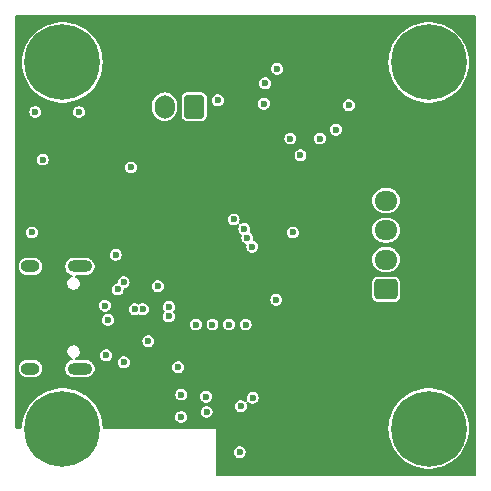
<source format=gbr>
%TF.GenerationSoftware,KiCad,Pcbnew,7.0.10*%
%TF.CreationDate,2024-02-04T10:39:00+08:00*%
%TF.ProjectId,42stepmotor,34327374-6570-46d6-9f74-6f722e6b6963,rev?*%
%TF.SameCoordinates,Original*%
%TF.FileFunction,Copper,L3,Inr*%
%TF.FilePolarity,Positive*%
%FSLAX46Y46*%
G04 Gerber Fmt 4.6, Leading zero omitted, Abs format (unit mm)*
G04 Created by KiCad (PCBNEW 7.0.10) date 2024-02-04 10:39:00*
%MOMM*%
%LPD*%
G01*
G04 APERTURE LIST*
G04 Aperture macros list*
%AMRoundRect*
0 Rectangle with rounded corners*
0 $1 Rounding radius*
0 $2 $3 $4 $5 $6 $7 $8 $9 X,Y pos of 4 corners*
0 Add a 4 corners polygon primitive as box body*
4,1,4,$2,$3,$4,$5,$6,$7,$8,$9,$2,$3,0*
0 Add four circle primitives for the rounded corners*
1,1,$1+$1,$2,$3*
1,1,$1+$1,$4,$5*
1,1,$1+$1,$6,$7*
1,1,$1+$1,$8,$9*
0 Add four rect primitives between the rounded corners*
20,1,$1+$1,$2,$3,$4,$5,0*
20,1,$1+$1,$4,$5,$6,$7,0*
20,1,$1+$1,$6,$7,$8,$9,0*
20,1,$1+$1,$8,$9,$2,$3,0*%
G04 Aperture macros list end*
%TA.AperFunction,ComponentPad*%
%ADD10RoundRect,0.250000X0.725000X-0.600000X0.725000X0.600000X-0.725000X0.600000X-0.725000X-0.600000X0*%
%TD*%
%TA.AperFunction,ComponentPad*%
%ADD11O,1.950000X1.700000*%
%TD*%
%TA.AperFunction,ComponentPad*%
%ADD12O,1.700000X2.000000*%
%TD*%
%TA.AperFunction,ComponentPad*%
%ADD13RoundRect,0.250000X0.600000X0.750000X-0.600000X0.750000X-0.600000X-0.750000X0.600000X-0.750000X0*%
%TD*%
%TA.AperFunction,ComponentPad*%
%ADD14O,2.100000X1.000000*%
%TD*%
%TA.AperFunction,ComponentPad*%
%ADD15O,1.600000X1.000000*%
%TD*%
%TA.AperFunction,ComponentPad*%
%ADD16C,0.800000*%
%TD*%
%TA.AperFunction,ComponentPad*%
%ADD17C,6.400000*%
%TD*%
%TA.AperFunction,ViaPad*%
%ADD18C,0.600000*%
%TD*%
G04 APERTURE END LIST*
D10*
%TO.N,OA1*%
%TO.C,E2*%
X127400000Y-108200000D03*
D11*
%TO.N,OA2*%
X127400000Y-105700000D03*
%TO.N,OB2*%
X127400000Y-103200000D03*
%TO.N,OB1*%
X127400000Y-100700000D03*
%TD*%
D12*
%TO.N,GND*%
%TO.C,J1*%
X108650000Y-92750000D03*
D13*
%TO.N,4.5V-30V*%
X111150000Y-92750000D03*
%TD*%
D14*
%TO.N,GND*%
%TO.C,J2*%
X101470000Y-106280000D03*
D15*
X97290000Y-106280000D03*
D14*
X101470000Y-114920000D03*
D15*
X97290000Y-114920000D03*
%TD*%
D16*
%TO.N,N/C*%
%TO.C,H3*%
X128600000Y-89000000D03*
X129302944Y-87302944D03*
X129302944Y-90697056D03*
X131000000Y-86600000D03*
D17*
X131000000Y-89000000D03*
D16*
X131000000Y-91400000D03*
X132697056Y-87302944D03*
X132697056Y-90697056D03*
X133400000Y-89000000D03*
%TD*%
%TO.N,N/C*%
%TO.C,H2*%
X97600000Y-120000000D03*
X98302944Y-118302944D03*
X98302944Y-121697056D03*
X100000000Y-117600000D03*
D17*
X100000000Y-120000000D03*
D16*
X100000000Y-122400000D03*
X101697056Y-118302944D03*
X101697056Y-121697056D03*
X102400000Y-120000000D03*
%TD*%
%TO.N,N/C*%
%TO.C,H4*%
X97600000Y-89000000D03*
X98302944Y-87302944D03*
X98302944Y-90697056D03*
X100000000Y-86600000D03*
D17*
X100000000Y-89000000D03*
D16*
X100000000Y-91400000D03*
X101697056Y-87302944D03*
X101697056Y-90697056D03*
X102400000Y-89000000D03*
%TD*%
%TO.N,N/C*%
%TO.C,H1*%
X128600000Y-120000000D03*
X129302944Y-118302944D03*
X129302944Y-121697056D03*
X131000000Y-117600000D03*
D17*
X131000000Y-120000000D03*
D16*
X131000000Y-122400000D03*
X132697056Y-118302944D03*
X132697056Y-121697056D03*
X133400000Y-120000000D03*
%TD*%
D18*
%TO.N,GND*%
X110040000Y-119020000D03*
X110060000Y-117120000D03*
%TO.N,TMC_RX*%
X113150000Y-92210000D03*
X118175000Y-89555000D03*
%TO.N,OB2*%
X123150760Y-94700000D03*
%TO.N,4.5V-30V*%
X121800000Y-95450000D03*
X119300000Y-95450000D03*
%TO.N,OA1*%
X120150379Y-96850379D03*
%TO.N,TMC_STEP*%
X117150000Y-90775000D03*
%TO.N,TMC_DIR*%
X117048510Y-92498510D03*
%TO.N,GND*%
X108079508Y-107940981D03*
X124250760Y-92625760D03*
%TO.N,3.3V*%
X116275000Y-102375000D03*
%TO.N,GND*%
X114500000Y-102300000D03*
%TO.N,SPI_MOSI*%
X115400000Y-103100000D03*
%TO.N,SPI_MISO*%
X115650000Y-103859291D03*
%TO.N,SPI_CLK*%
X116075000Y-104600000D03*
%TO.N,SPI_CS*%
X119500000Y-103400000D03*
%TO.N,GND*%
X105200000Y-114400000D03*
X112170000Y-117300000D03*
X103700000Y-113800000D03*
X116100000Y-117400000D03*
X98325000Y-97225000D03*
X112700000Y-111200000D03*
X115500000Y-111200000D03*
X97700000Y-93200000D03*
X97400000Y-103400000D03*
X114100000Y-111200000D03*
X115000000Y-122000000D03*
X101400000Y-93200000D03*
X111300000Y-111200000D03*
X106800000Y-109900000D03*
X106100000Y-109900000D03*
X104500000Y-105300000D03*
X112200000Y-118600000D03*
X105800000Y-97900000D03*
%TO.N,3.3V*%
X106700000Y-99900000D03*
X110259999Y-115600000D03*
X118000000Y-111100000D03*
X105000000Y-111700000D03*
X112600000Y-115700000D03*
X109000000Y-113100000D03*
X109900000Y-107900000D03*
X109000000Y-111600000D03*
X106200000Y-107500000D03*
X104043627Y-108934654D03*
%TO.N,D-*%
X103850000Y-110800000D03*
X103599422Y-109600000D03*
%TO.N,RX*%
X105180921Y-107612624D03*
X109000000Y-109699997D03*
%TO.N,TX*%
X109000000Y-110500000D03*
X104670971Y-108229029D03*
%TO.N,OP*%
X118100000Y-109100000D03*
X107275000Y-112600000D03*
%TO.N,EN*%
X109800000Y-114800000D03*
X115100000Y-118100000D03*
%TD*%
%TA.AperFunction,Conductor*%
%TO.N,3.3V*%
G36*
X134942539Y-85020185D02*
G01*
X134988294Y-85072989D01*
X134999500Y-85124500D01*
X134999500Y-123875500D01*
X134979815Y-123942539D01*
X134927011Y-123988294D01*
X134875500Y-123999500D01*
X113124000Y-123999500D01*
X113056961Y-123979815D01*
X113011206Y-123927011D01*
X113000000Y-123875500D01*
X113000000Y-122000000D01*
X114494353Y-122000000D01*
X114514834Y-122142456D01*
X114574622Y-122273371D01*
X114574623Y-122273373D01*
X114668872Y-122382143D01*
X114789947Y-122459953D01*
X114789950Y-122459954D01*
X114789949Y-122459954D01*
X114928036Y-122500499D01*
X114928038Y-122500500D01*
X114928039Y-122500500D01*
X115071962Y-122500500D01*
X115071962Y-122500499D01*
X115210053Y-122459953D01*
X115331128Y-122382143D01*
X115425377Y-122273373D01*
X115485165Y-122142457D01*
X115505647Y-122000000D01*
X115485165Y-121857543D01*
X115425377Y-121726627D01*
X115331128Y-121617857D01*
X115210053Y-121540047D01*
X115210051Y-121540046D01*
X115210049Y-121540045D01*
X115210050Y-121540045D01*
X115071963Y-121499500D01*
X115071961Y-121499500D01*
X114928039Y-121499500D01*
X114928036Y-121499500D01*
X114789949Y-121540045D01*
X114668873Y-121617856D01*
X114574623Y-121726626D01*
X114574622Y-121726628D01*
X114514834Y-121857543D01*
X114494353Y-122000000D01*
X113000000Y-122000000D01*
X113000000Y-120000000D01*
X127594506Y-120000000D01*
X127614469Y-120368196D01*
X127614470Y-120368213D01*
X127674122Y-120732068D01*
X127674128Y-120732094D01*
X127772768Y-121087365D01*
X127772770Y-121087371D01*
X127909255Y-121429926D01*
X127909261Y-121429938D01*
X128081973Y-121755708D01*
X128081976Y-121755713D01*
X128081978Y-121755716D01*
X128288910Y-122060917D01*
X128527627Y-122341956D01*
X128795330Y-122595538D01*
X129088881Y-122818690D01*
X129404838Y-123008795D01*
X129404840Y-123008796D01*
X129404842Y-123008797D01*
X129404846Y-123008799D01*
X129739486Y-123163620D01*
X129739497Y-123163625D01*
X130088934Y-123281364D01*
X130449052Y-123360632D01*
X130815630Y-123400500D01*
X130815636Y-123400500D01*
X131184364Y-123400500D01*
X131184370Y-123400500D01*
X131550948Y-123360632D01*
X131911066Y-123281364D01*
X132260503Y-123163625D01*
X132595162Y-123008795D01*
X132911119Y-122818690D01*
X133204670Y-122595538D01*
X133472373Y-122341956D01*
X133711090Y-122060917D01*
X133918022Y-121755716D01*
X134090743Y-121429930D01*
X134227227Y-121087379D01*
X134325875Y-120732081D01*
X134385531Y-120368199D01*
X134405494Y-120000000D01*
X134385531Y-119631801D01*
X134325875Y-119267919D01*
X134227227Y-118912621D01*
X134090743Y-118570070D01*
X133918022Y-118244284D01*
X133711090Y-117939083D01*
X133472373Y-117658044D01*
X133204670Y-117404462D01*
X133198800Y-117400000D01*
X133158364Y-117369261D01*
X132911119Y-117181310D01*
X132595162Y-116991205D01*
X132595161Y-116991204D01*
X132595157Y-116991202D01*
X132595153Y-116991200D01*
X132260513Y-116836379D01*
X132260508Y-116836377D01*
X132260503Y-116836375D01*
X132090172Y-116778983D01*
X131911065Y-116718635D01*
X131550946Y-116639367D01*
X131184371Y-116599500D01*
X131184370Y-116599500D01*
X130815630Y-116599500D01*
X130815628Y-116599500D01*
X130449053Y-116639367D01*
X130088934Y-116718635D01*
X129848938Y-116799500D01*
X129739497Y-116836375D01*
X129739494Y-116836376D01*
X129739486Y-116836379D01*
X129404846Y-116991200D01*
X129404842Y-116991202D01*
X129179765Y-117126627D01*
X129088881Y-117181310D01*
X128988598Y-117257543D01*
X128795330Y-117404461D01*
X128795330Y-117404462D01*
X128527626Y-117658044D01*
X128288909Y-117939083D01*
X128081979Y-118244282D01*
X128081973Y-118244291D01*
X127909261Y-118570061D01*
X127909255Y-118570073D01*
X127772770Y-118912628D01*
X127772768Y-118912634D01*
X127674128Y-119267905D01*
X127674122Y-119267931D01*
X127614470Y-119631786D01*
X127614469Y-119631803D01*
X127594506Y-119999997D01*
X127594506Y-120000000D01*
X113000000Y-120000000D01*
X103522953Y-120000000D01*
X103455914Y-119980315D01*
X103410159Y-119927511D01*
X103399135Y-119882713D01*
X103398410Y-119869360D01*
X103385531Y-119631801D01*
X103325875Y-119267919D01*
X103257041Y-119020000D01*
X109534353Y-119020000D01*
X109554834Y-119162456D01*
X109602992Y-119267905D01*
X109614623Y-119293373D01*
X109708872Y-119402143D01*
X109829947Y-119479953D01*
X109829950Y-119479954D01*
X109829949Y-119479954D01*
X109968036Y-119520499D01*
X109968038Y-119520500D01*
X109968039Y-119520500D01*
X110111962Y-119520500D01*
X110111962Y-119520499D01*
X110250053Y-119479953D01*
X110371128Y-119402143D01*
X110465377Y-119293373D01*
X110525165Y-119162457D01*
X110545647Y-119020000D01*
X110525165Y-118877543D01*
X110465377Y-118746627D01*
X110371128Y-118637857D01*
X110312221Y-118600000D01*
X111694353Y-118600000D01*
X111714834Y-118742456D01*
X111774622Y-118873371D01*
X111774623Y-118873373D01*
X111868872Y-118982143D01*
X111989947Y-119059953D01*
X111989950Y-119059954D01*
X111989949Y-119059954D01*
X112128036Y-119100499D01*
X112128038Y-119100500D01*
X112128039Y-119100500D01*
X112271962Y-119100500D01*
X112271962Y-119100499D01*
X112410053Y-119059953D01*
X112531128Y-118982143D01*
X112625377Y-118873373D01*
X112685165Y-118742457D01*
X112705647Y-118600000D01*
X112685165Y-118457543D01*
X112625377Y-118326627D01*
X112531128Y-118217857D01*
X112410053Y-118140047D01*
X112410051Y-118140046D01*
X112410049Y-118140045D01*
X112410050Y-118140045D01*
X112273666Y-118100000D01*
X114594353Y-118100000D01*
X114614834Y-118242456D01*
X114653275Y-118326628D01*
X114674623Y-118373373D01*
X114768872Y-118482143D01*
X114889947Y-118559953D01*
X114889950Y-118559954D01*
X114889949Y-118559954D01*
X114997107Y-118591417D01*
X115026336Y-118600000D01*
X115028036Y-118600499D01*
X115028038Y-118600500D01*
X115028039Y-118600500D01*
X115171962Y-118600500D01*
X115171962Y-118600499D01*
X115310053Y-118559953D01*
X115431128Y-118482143D01*
X115525377Y-118373373D01*
X115585165Y-118242457D01*
X115605647Y-118100000D01*
X115585165Y-117957543D01*
X115569096Y-117922358D01*
X115559153Y-117853204D01*
X115588177Y-117789648D01*
X115646954Y-117751872D01*
X115716824Y-117751871D01*
X115763094Y-117777137D01*
X115768868Y-117782140D01*
X115768871Y-117782142D01*
X115768872Y-117782143D01*
X115889947Y-117859953D01*
X115889950Y-117859954D01*
X115889949Y-117859954D01*
X116028036Y-117900499D01*
X116028038Y-117900500D01*
X116028039Y-117900500D01*
X116171962Y-117900500D01*
X116171962Y-117900499D01*
X116310053Y-117859953D01*
X116431128Y-117782143D01*
X116525377Y-117673373D01*
X116585165Y-117542457D01*
X116605647Y-117400000D01*
X116585165Y-117257543D01*
X116525377Y-117126627D01*
X116431128Y-117017857D01*
X116310053Y-116940047D01*
X116310051Y-116940046D01*
X116310049Y-116940045D01*
X116310050Y-116940045D01*
X116171963Y-116899500D01*
X116171961Y-116899500D01*
X116028039Y-116899500D01*
X116028036Y-116899500D01*
X115889949Y-116940045D01*
X115768873Y-117017856D01*
X115674623Y-117126626D01*
X115674622Y-117126628D01*
X115614834Y-117257543D01*
X115594353Y-117400000D01*
X115614834Y-117542456D01*
X115630902Y-117577638D01*
X115640846Y-117646796D01*
X115611821Y-117710352D01*
X115553044Y-117748127D01*
X115483174Y-117748127D01*
X115436905Y-117722863D01*
X115431127Y-117717856D01*
X115361906Y-117673371D01*
X115310053Y-117640047D01*
X115310051Y-117640046D01*
X115310049Y-117640045D01*
X115310050Y-117640045D01*
X115171963Y-117599500D01*
X115171961Y-117599500D01*
X115028039Y-117599500D01*
X115028036Y-117599500D01*
X114889949Y-117640045D01*
X114768873Y-117717856D01*
X114674623Y-117826626D01*
X114674622Y-117826628D01*
X114614834Y-117957543D01*
X114594353Y-118100000D01*
X112273666Y-118100000D01*
X112271963Y-118099500D01*
X112271961Y-118099500D01*
X112128039Y-118099500D01*
X112128036Y-118099500D01*
X111989949Y-118140045D01*
X111868873Y-118217856D01*
X111774623Y-118326626D01*
X111774622Y-118326628D01*
X111714834Y-118457543D01*
X111694353Y-118600000D01*
X110312221Y-118600000D01*
X110250053Y-118560047D01*
X110250051Y-118560046D01*
X110250049Y-118560045D01*
X110250050Y-118560045D01*
X110111963Y-118519500D01*
X110111961Y-118519500D01*
X109968039Y-118519500D01*
X109968036Y-118519500D01*
X109829949Y-118560045D01*
X109708873Y-118637856D01*
X109614623Y-118746626D01*
X109614622Y-118746628D01*
X109554834Y-118877543D01*
X109534353Y-119020000D01*
X103257041Y-119020000D01*
X103227227Y-118912621D01*
X103090743Y-118570070D01*
X102918022Y-118244284D01*
X102711090Y-117939083D01*
X102472373Y-117658044D01*
X102204670Y-117404462D01*
X102198800Y-117400000D01*
X102158364Y-117369261D01*
X101911119Y-117181310D01*
X101809221Y-117120000D01*
X109554353Y-117120000D01*
X109574834Y-117262456D01*
X109634622Y-117393371D01*
X109634623Y-117393373D01*
X109728872Y-117502143D01*
X109849947Y-117579953D01*
X109849950Y-117579954D01*
X109849949Y-117579954D01*
X109988036Y-117620499D01*
X109988038Y-117620500D01*
X109988039Y-117620500D01*
X110131962Y-117620500D01*
X110131962Y-117620499D01*
X110270053Y-117579953D01*
X110391128Y-117502143D01*
X110485377Y-117393373D01*
X110528019Y-117300000D01*
X111664353Y-117300000D01*
X111684834Y-117442456D01*
X111730504Y-117542457D01*
X111744623Y-117573373D01*
X111838872Y-117682143D01*
X111959947Y-117759953D01*
X111959950Y-117759954D01*
X111959949Y-117759954D01*
X112098036Y-117800499D01*
X112098038Y-117800500D01*
X112098039Y-117800500D01*
X112241962Y-117800500D01*
X112241962Y-117800499D01*
X112380053Y-117759953D01*
X112501128Y-117682143D01*
X112595377Y-117573373D01*
X112655165Y-117442457D01*
X112675647Y-117300000D01*
X112655165Y-117157543D01*
X112595377Y-117026627D01*
X112501128Y-116917857D01*
X112380053Y-116840047D01*
X112380051Y-116840046D01*
X112380049Y-116840045D01*
X112380050Y-116840045D01*
X112241963Y-116799500D01*
X112241961Y-116799500D01*
X112098039Y-116799500D01*
X112098036Y-116799500D01*
X111959949Y-116840045D01*
X111838873Y-116917856D01*
X111744623Y-117026626D01*
X111744622Y-117026628D01*
X111684834Y-117157543D01*
X111664353Y-117300000D01*
X110528019Y-117300000D01*
X110545165Y-117262457D01*
X110565647Y-117120000D01*
X110545165Y-116977543D01*
X110485377Y-116846627D01*
X110391128Y-116737857D01*
X110270053Y-116660047D01*
X110270051Y-116660046D01*
X110270049Y-116660045D01*
X110270050Y-116660045D01*
X110131963Y-116619500D01*
X110131961Y-116619500D01*
X109988039Y-116619500D01*
X109988036Y-116619500D01*
X109849949Y-116660045D01*
X109728873Y-116737856D01*
X109634623Y-116846626D01*
X109634622Y-116846628D01*
X109574834Y-116977543D01*
X109554353Y-117120000D01*
X101809221Y-117120000D01*
X101595162Y-116991205D01*
X101595161Y-116991204D01*
X101595157Y-116991202D01*
X101595153Y-116991200D01*
X101260513Y-116836379D01*
X101260508Y-116836377D01*
X101260503Y-116836375D01*
X101090172Y-116778983D01*
X100911065Y-116718635D01*
X100550946Y-116639367D01*
X100184371Y-116599500D01*
X100184370Y-116599500D01*
X99815630Y-116599500D01*
X99815628Y-116599500D01*
X99449053Y-116639367D01*
X99088934Y-116718635D01*
X98848938Y-116799500D01*
X98739497Y-116836375D01*
X98739494Y-116836376D01*
X98739486Y-116836379D01*
X98404846Y-116991200D01*
X98404842Y-116991202D01*
X98179765Y-117126627D01*
X98088881Y-117181310D01*
X97988598Y-117257543D01*
X97795330Y-117404461D01*
X97795330Y-117404462D01*
X97527626Y-117658044D01*
X97288909Y-117939083D01*
X97081979Y-118244282D01*
X97081973Y-118244291D01*
X96909261Y-118570061D01*
X96909255Y-118570073D01*
X96772770Y-118912628D01*
X96772768Y-118912634D01*
X96674128Y-119267905D01*
X96674122Y-119267931D01*
X96614470Y-119631786D01*
X96614469Y-119631803D01*
X96600865Y-119882713D01*
X96577580Y-119948589D01*
X96522376Y-119991418D01*
X96477047Y-120000000D01*
X96124500Y-120000000D01*
X96057461Y-119980315D01*
X96011706Y-119927511D01*
X96000500Y-119876000D01*
X96000500Y-115005055D01*
X96289500Y-115005055D01*
X96330210Y-115170226D01*
X96409263Y-115320849D01*
X96409266Y-115320852D01*
X96522071Y-115448183D01*
X96612318Y-115510476D01*
X96662068Y-115544817D01*
X96662069Y-115544817D01*
X96662070Y-115544818D01*
X96821128Y-115605140D01*
X96897028Y-115614356D01*
X96947626Y-115620500D01*
X96947628Y-115620500D01*
X97632374Y-115620500D01*
X97674538Y-115615380D01*
X97758872Y-115605140D01*
X97917930Y-115544818D01*
X98057929Y-115448183D01*
X98170734Y-115320852D01*
X98249790Y-115170225D01*
X98290500Y-115005056D01*
X98290500Y-115005055D01*
X100219500Y-115005055D01*
X100260210Y-115170226D01*
X100339263Y-115320849D01*
X100339266Y-115320852D01*
X100452071Y-115448183D01*
X100542318Y-115510476D01*
X100592068Y-115544817D01*
X100592069Y-115544817D01*
X100592070Y-115544818D01*
X100751128Y-115605140D01*
X100827028Y-115614356D01*
X100877626Y-115620500D01*
X100877628Y-115620500D01*
X102062374Y-115620500D01*
X102104538Y-115615380D01*
X102188872Y-115605140D01*
X102347930Y-115544818D01*
X102487929Y-115448183D01*
X102600734Y-115320852D01*
X102679790Y-115170225D01*
X102720500Y-115005056D01*
X102720500Y-114834944D01*
X102679790Y-114669775D01*
X102612968Y-114542457D01*
X102600736Y-114519150D01*
X102510997Y-114417856D01*
X102495178Y-114400000D01*
X104694353Y-114400000D01*
X104714834Y-114542456D01*
X104772979Y-114669773D01*
X104774623Y-114673373D01*
X104868872Y-114782143D01*
X104989947Y-114859953D01*
X104989950Y-114859954D01*
X104989949Y-114859954D01*
X105128036Y-114900499D01*
X105128038Y-114900500D01*
X105128039Y-114900500D01*
X105271962Y-114900500D01*
X105271962Y-114900499D01*
X105410053Y-114859953D01*
X105503342Y-114800000D01*
X109294353Y-114800000D01*
X109314834Y-114942456D01*
X109343423Y-115005055D01*
X109374623Y-115073373D01*
X109468872Y-115182143D01*
X109589947Y-115259953D01*
X109589950Y-115259954D01*
X109589949Y-115259954D01*
X109728036Y-115300499D01*
X109728038Y-115300500D01*
X109728039Y-115300500D01*
X109871962Y-115300500D01*
X109871962Y-115300499D01*
X110010053Y-115259953D01*
X110131128Y-115182143D01*
X110225377Y-115073373D01*
X110285165Y-114942457D01*
X110305647Y-114800000D01*
X110285165Y-114657543D01*
X110225377Y-114526627D01*
X110131128Y-114417857D01*
X110010053Y-114340047D01*
X110010051Y-114340046D01*
X110010049Y-114340045D01*
X110010050Y-114340045D01*
X109871963Y-114299500D01*
X109871961Y-114299500D01*
X109728039Y-114299500D01*
X109728036Y-114299500D01*
X109589949Y-114340045D01*
X109468873Y-114417856D01*
X109374623Y-114526626D01*
X109374622Y-114526628D01*
X109314834Y-114657543D01*
X109294353Y-114800000D01*
X105503342Y-114800000D01*
X105531128Y-114782143D01*
X105625377Y-114673373D01*
X105685165Y-114542457D01*
X105705647Y-114400000D01*
X105685165Y-114257543D01*
X105625377Y-114126627D01*
X105531128Y-114017857D01*
X105410053Y-113940047D01*
X105410051Y-113940046D01*
X105410049Y-113940045D01*
X105410050Y-113940045D01*
X105271963Y-113899500D01*
X105271961Y-113899500D01*
X105128039Y-113899500D01*
X105128036Y-113899500D01*
X104989949Y-113940045D01*
X104868873Y-114017856D01*
X104774623Y-114126626D01*
X104774622Y-114126628D01*
X104714834Y-114257543D01*
X104694353Y-114400000D01*
X102495178Y-114400000D01*
X102487929Y-114391817D01*
X102412925Y-114340045D01*
X102347931Y-114295182D01*
X102188874Y-114234860D01*
X102188868Y-114234859D01*
X102062374Y-114219500D01*
X102062372Y-114219500D01*
X101176266Y-114219500D01*
X101109227Y-114199815D01*
X101063472Y-114147011D01*
X101053528Y-114077853D01*
X101082553Y-114014297D01*
X101126865Y-113981766D01*
X101131064Y-113979941D01*
X101215609Y-113943219D01*
X101327665Y-113852054D01*
X101364409Y-113800000D01*
X103194353Y-113800000D01*
X103214834Y-113942456D01*
X103248193Y-114015500D01*
X103274623Y-114073373D01*
X103368872Y-114182143D01*
X103489947Y-114259953D01*
X103489950Y-114259954D01*
X103489949Y-114259954D01*
X103597107Y-114291417D01*
X103624633Y-114299500D01*
X103628036Y-114300499D01*
X103628038Y-114300500D01*
X103628039Y-114300500D01*
X103771962Y-114300500D01*
X103771962Y-114300499D01*
X103910053Y-114259953D01*
X104031128Y-114182143D01*
X104125377Y-114073373D01*
X104185165Y-113942457D01*
X104205647Y-113800000D01*
X104185165Y-113657543D01*
X104125377Y-113526627D01*
X104031128Y-113417857D01*
X103910053Y-113340047D01*
X103910051Y-113340046D01*
X103910049Y-113340045D01*
X103910050Y-113340045D01*
X103771963Y-113299500D01*
X103771961Y-113299500D01*
X103628039Y-113299500D01*
X103628036Y-113299500D01*
X103489949Y-113340045D01*
X103368873Y-113417856D01*
X103274623Y-113526626D01*
X103274622Y-113526628D01*
X103214834Y-113657543D01*
X103194353Y-113800000D01*
X101364409Y-113800000D01*
X101410971Y-113734037D01*
X101459346Y-113597921D01*
X101469204Y-113453801D01*
X101439814Y-113312366D01*
X101373354Y-113184105D01*
X101373351Y-113184102D01*
X101373350Y-113184100D01*
X101274754Y-113078530D01*
X101151330Y-113003475D01*
X101151329Y-113003474D01*
X101151328Y-113003474D01*
X101012228Y-112964500D01*
X100904051Y-112964500D01*
X100904050Y-112964500D01*
X100796889Y-112979229D01*
X100664389Y-113036781D01*
X100664389Y-113036782D01*
X100552338Y-113127943D01*
X100552333Y-113127948D01*
X100469028Y-113245963D01*
X100420654Y-113382074D01*
X100420654Y-113382077D01*
X100420654Y-113382079D01*
X100410796Y-113526199D01*
X100425700Y-113597921D01*
X100440186Y-113667634D01*
X100440187Y-113667636D01*
X100506645Y-113795893D01*
X100506649Y-113795899D01*
X100603406Y-113899500D01*
X100605245Y-113901469D01*
X100728672Y-113976526D01*
X100780490Y-113991044D01*
X100839732Y-114028086D01*
X100869543Y-114091277D01*
X100860459Y-114160553D01*
X100815363Y-114213921D01*
X100761982Y-114233542D01*
X100751130Y-114234859D01*
X100751125Y-114234860D01*
X100592068Y-114295182D01*
X100452072Y-114391816D01*
X100339263Y-114519150D01*
X100260210Y-114669773D01*
X100219500Y-114834944D01*
X100219500Y-115005055D01*
X98290500Y-115005055D01*
X98290500Y-114834944D01*
X98249790Y-114669775D01*
X98182968Y-114542457D01*
X98170736Y-114519150D01*
X98080997Y-114417856D01*
X98057929Y-114391817D01*
X97982925Y-114340045D01*
X97917931Y-114295182D01*
X97758874Y-114234860D01*
X97758868Y-114234859D01*
X97632374Y-114219500D01*
X97632372Y-114219500D01*
X96947628Y-114219500D01*
X96947626Y-114219500D01*
X96821131Y-114234859D01*
X96821125Y-114234860D01*
X96662068Y-114295182D01*
X96522072Y-114391816D01*
X96409263Y-114519150D01*
X96330210Y-114669773D01*
X96289500Y-114834944D01*
X96289500Y-115005055D01*
X96000500Y-115005055D01*
X96000500Y-112600000D01*
X106769353Y-112600000D01*
X106789834Y-112742456D01*
X106849622Y-112873371D01*
X106849623Y-112873373D01*
X106943872Y-112982143D01*
X107064947Y-113059953D01*
X107064950Y-113059954D01*
X107064949Y-113059954D01*
X107203036Y-113100499D01*
X107203038Y-113100500D01*
X107203039Y-113100500D01*
X107346962Y-113100500D01*
X107346962Y-113100499D01*
X107485053Y-113059953D01*
X107606128Y-112982143D01*
X107700377Y-112873373D01*
X107760165Y-112742457D01*
X107780647Y-112600000D01*
X107760165Y-112457543D01*
X107700377Y-112326627D01*
X107606128Y-112217857D01*
X107485053Y-112140047D01*
X107485051Y-112140046D01*
X107485049Y-112140045D01*
X107485050Y-112140045D01*
X107346963Y-112099500D01*
X107346961Y-112099500D01*
X107203039Y-112099500D01*
X107203036Y-112099500D01*
X107064949Y-112140045D01*
X106943873Y-112217856D01*
X106849623Y-112326626D01*
X106849622Y-112326628D01*
X106789834Y-112457543D01*
X106769353Y-112600000D01*
X96000500Y-112600000D01*
X96000500Y-109600000D01*
X103093775Y-109600000D01*
X103114256Y-109742456D01*
X103174044Y-109873371D01*
X103174045Y-109873373D01*
X103268294Y-109982143D01*
X103389369Y-110059953D01*
X103389372Y-110059954D01*
X103389371Y-110059954D01*
X103465650Y-110082351D01*
X103525751Y-110099998D01*
X103527458Y-110100499D01*
X103527460Y-110100500D01*
X103594462Y-110100500D01*
X103661501Y-110120185D01*
X103707256Y-110172989D01*
X103717200Y-110242147D01*
X103688175Y-110305703D01*
X103645977Y-110337293D01*
X103639948Y-110340046D01*
X103518873Y-110417856D01*
X103424623Y-110526626D01*
X103424622Y-110526628D01*
X103364834Y-110657543D01*
X103344353Y-110800000D01*
X103364834Y-110942456D01*
X103424622Y-111073371D01*
X103424623Y-111073373D01*
X103518872Y-111182143D01*
X103639947Y-111259953D01*
X103639950Y-111259954D01*
X103639949Y-111259954D01*
X103778036Y-111300499D01*
X103778038Y-111300500D01*
X103778039Y-111300500D01*
X103921962Y-111300500D01*
X103921962Y-111300499D01*
X104060053Y-111259953D01*
X104153342Y-111200000D01*
X110794353Y-111200000D01*
X110814834Y-111342456D01*
X110874622Y-111473371D01*
X110874623Y-111473373D01*
X110968872Y-111582143D01*
X111089947Y-111659953D01*
X111089950Y-111659954D01*
X111089949Y-111659954D01*
X111228036Y-111700499D01*
X111228038Y-111700500D01*
X111228039Y-111700500D01*
X111371962Y-111700500D01*
X111371962Y-111700499D01*
X111510053Y-111659953D01*
X111631128Y-111582143D01*
X111725377Y-111473373D01*
X111785165Y-111342457D01*
X111805647Y-111200000D01*
X112194353Y-111200000D01*
X112214834Y-111342456D01*
X112274622Y-111473371D01*
X112274623Y-111473373D01*
X112368872Y-111582143D01*
X112489947Y-111659953D01*
X112489950Y-111659954D01*
X112489949Y-111659954D01*
X112628036Y-111700499D01*
X112628038Y-111700500D01*
X112628039Y-111700500D01*
X112771962Y-111700500D01*
X112771962Y-111700499D01*
X112910053Y-111659953D01*
X113031128Y-111582143D01*
X113125377Y-111473373D01*
X113185165Y-111342457D01*
X113205647Y-111200000D01*
X113594353Y-111200000D01*
X113614834Y-111342456D01*
X113674622Y-111473371D01*
X113674623Y-111473373D01*
X113768872Y-111582143D01*
X113889947Y-111659953D01*
X113889950Y-111659954D01*
X113889949Y-111659954D01*
X114028036Y-111700499D01*
X114028038Y-111700500D01*
X114028039Y-111700500D01*
X114171962Y-111700500D01*
X114171962Y-111700499D01*
X114310053Y-111659953D01*
X114431128Y-111582143D01*
X114525377Y-111473373D01*
X114585165Y-111342457D01*
X114605647Y-111200000D01*
X114994353Y-111200000D01*
X115014834Y-111342456D01*
X115074622Y-111473371D01*
X115074623Y-111473373D01*
X115168872Y-111582143D01*
X115289947Y-111659953D01*
X115289950Y-111659954D01*
X115289949Y-111659954D01*
X115428036Y-111700499D01*
X115428038Y-111700500D01*
X115428039Y-111700500D01*
X115571962Y-111700500D01*
X115571962Y-111700499D01*
X115710053Y-111659953D01*
X115831128Y-111582143D01*
X115925377Y-111473373D01*
X115985165Y-111342457D01*
X116005647Y-111200000D01*
X115985165Y-111057543D01*
X115925377Y-110926627D01*
X115831128Y-110817857D01*
X115710053Y-110740047D01*
X115710051Y-110740046D01*
X115710049Y-110740045D01*
X115710050Y-110740045D01*
X115571963Y-110699500D01*
X115571961Y-110699500D01*
X115428039Y-110699500D01*
X115428036Y-110699500D01*
X115289949Y-110740045D01*
X115168873Y-110817856D01*
X115074623Y-110926626D01*
X115074622Y-110926628D01*
X115014834Y-111057543D01*
X114994353Y-111200000D01*
X114605647Y-111200000D01*
X114585165Y-111057543D01*
X114525377Y-110926627D01*
X114431128Y-110817857D01*
X114310053Y-110740047D01*
X114310051Y-110740046D01*
X114310049Y-110740045D01*
X114310050Y-110740045D01*
X114171963Y-110699500D01*
X114171961Y-110699500D01*
X114028039Y-110699500D01*
X114028036Y-110699500D01*
X113889949Y-110740045D01*
X113768873Y-110817856D01*
X113674623Y-110926626D01*
X113674622Y-110926628D01*
X113614834Y-111057543D01*
X113594353Y-111200000D01*
X113205647Y-111200000D01*
X113185165Y-111057543D01*
X113125377Y-110926627D01*
X113031128Y-110817857D01*
X112910053Y-110740047D01*
X112910051Y-110740046D01*
X112910049Y-110740045D01*
X112910050Y-110740045D01*
X112771963Y-110699500D01*
X112771961Y-110699500D01*
X112628039Y-110699500D01*
X112628036Y-110699500D01*
X112489949Y-110740045D01*
X112368873Y-110817856D01*
X112274623Y-110926626D01*
X112274622Y-110926628D01*
X112214834Y-111057543D01*
X112194353Y-111200000D01*
X111805647Y-111200000D01*
X111785165Y-111057543D01*
X111725377Y-110926627D01*
X111631128Y-110817857D01*
X111510053Y-110740047D01*
X111510051Y-110740046D01*
X111510049Y-110740045D01*
X111510050Y-110740045D01*
X111371963Y-110699500D01*
X111371961Y-110699500D01*
X111228039Y-110699500D01*
X111228036Y-110699500D01*
X111089949Y-110740045D01*
X110968873Y-110817856D01*
X110874623Y-110926626D01*
X110874622Y-110926628D01*
X110814834Y-111057543D01*
X110794353Y-111200000D01*
X104153342Y-111200000D01*
X104181128Y-111182143D01*
X104275377Y-111073373D01*
X104335165Y-110942457D01*
X104355647Y-110800000D01*
X104335165Y-110657543D01*
X104275377Y-110526627D01*
X104252305Y-110500000D01*
X108494353Y-110500000D01*
X108514834Y-110642456D01*
X108540886Y-110699500D01*
X108574623Y-110773373D01*
X108668872Y-110882143D01*
X108789947Y-110959953D01*
X108789950Y-110959954D01*
X108789949Y-110959954D01*
X108928036Y-111000499D01*
X108928038Y-111000500D01*
X108928039Y-111000500D01*
X109071962Y-111000500D01*
X109071962Y-111000499D01*
X109210053Y-110959953D01*
X109331128Y-110882143D01*
X109425377Y-110773373D01*
X109485165Y-110642457D01*
X109505647Y-110500000D01*
X109485165Y-110357543D01*
X109425377Y-110226627D01*
X109386014Y-110181199D01*
X109356990Y-110117645D01*
X109366934Y-110048486D01*
X109386012Y-110018799D01*
X109425377Y-109973370D01*
X109485165Y-109842454D01*
X109505647Y-109699997D01*
X109485165Y-109557540D01*
X109425377Y-109426624D01*
X109331128Y-109317854D01*
X109210053Y-109240044D01*
X109210051Y-109240043D01*
X109210049Y-109240042D01*
X109210050Y-109240042D01*
X109071963Y-109199497D01*
X109071961Y-109199497D01*
X108928039Y-109199497D01*
X108928036Y-109199497D01*
X108789949Y-109240042D01*
X108668873Y-109317853D01*
X108574623Y-109426623D01*
X108574622Y-109426625D01*
X108514834Y-109557540D01*
X108494353Y-109699997D01*
X108514834Y-109842453D01*
X108574622Y-109973368D01*
X108574623Y-109973370D01*
X108613984Y-110018795D01*
X108643009Y-110082351D01*
X108633065Y-110151510D01*
X108613985Y-110181200D01*
X108574623Y-110226627D01*
X108574622Y-110226628D01*
X108514834Y-110357543D01*
X108494353Y-110500000D01*
X104252305Y-110500000D01*
X104181128Y-110417857D01*
X104060053Y-110340047D01*
X104060051Y-110340046D01*
X104060049Y-110340045D01*
X104060050Y-110340045D01*
X103921963Y-110299500D01*
X103921961Y-110299500D01*
X103854960Y-110299500D01*
X103787921Y-110279815D01*
X103742166Y-110227011D01*
X103732222Y-110157853D01*
X103761247Y-110094297D01*
X103803445Y-110062707D01*
X103809469Y-110059954D01*
X103809475Y-110059953D01*
X103930550Y-109982143D01*
X104001727Y-109900000D01*
X105594353Y-109900000D01*
X105614834Y-110042456D01*
X105664638Y-110151510D01*
X105674623Y-110173373D01*
X105768872Y-110282143D01*
X105889947Y-110359953D01*
X105889950Y-110359954D01*
X105889949Y-110359954D01*
X106028036Y-110400499D01*
X106028038Y-110400500D01*
X106028039Y-110400500D01*
X106171962Y-110400500D01*
X106171962Y-110400499D01*
X106310053Y-110359953D01*
X106382961Y-110313098D01*
X106450000Y-110293414D01*
X106517039Y-110313098D01*
X106589947Y-110359953D01*
X106589950Y-110359954D01*
X106589949Y-110359954D01*
X106728036Y-110400499D01*
X106728038Y-110400500D01*
X106728039Y-110400500D01*
X106871962Y-110400500D01*
X106871962Y-110400499D01*
X107010053Y-110359953D01*
X107131128Y-110282143D01*
X107225377Y-110173373D01*
X107285165Y-110042457D01*
X107305647Y-109900000D01*
X107285165Y-109757543D01*
X107225377Y-109626627D01*
X107131128Y-109517857D01*
X107010053Y-109440047D01*
X107010051Y-109440046D01*
X107010049Y-109440045D01*
X107010050Y-109440045D01*
X106871963Y-109399500D01*
X106871961Y-109399500D01*
X106728039Y-109399500D01*
X106728036Y-109399500D01*
X106589949Y-109440045D01*
X106517039Y-109486902D01*
X106450000Y-109506586D01*
X106382961Y-109486902D01*
X106337277Y-109457543D01*
X106310053Y-109440047D01*
X106310051Y-109440046D01*
X106310049Y-109440045D01*
X106310050Y-109440045D01*
X106171963Y-109399500D01*
X106171961Y-109399500D01*
X106028039Y-109399500D01*
X106028036Y-109399500D01*
X105889949Y-109440045D01*
X105768873Y-109517856D01*
X105674623Y-109626626D01*
X105674622Y-109626628D01*
X105614834Y-109757543D01*
X105594353Y-109900000D01*
X104001727Y-109900000D01*
X104024799Y-109873373D01*
X104084587Y-109742457D01*
X104105069Y-109600000D01*
X104084587Y-109457543D01*
X104024799Y-109326627D01*
X103930550Y-109217857D01*
X103809475Y-109140047D01*
X103809473Y-109140046D01*
X103809471Y-109140045D01*
X103809472Y-109140045D01*
X103673088Y-109100000D01*
X117594353Y-109100000D01*
X117614834Y-109242456D01*
X117653275Y-109326628D01*
X117674623Y-109373373D01*
X117768872Y-109482143D01*
X117889947Y-109559953D01*
X117889950Y-109559954D01*
X117889949Y-109559954D01*
X117997107Y-109591417D01*
X118026336Y-109600000D01*
X118028036Y-109600499D01*
X118028038Y-109600500D01*
X118028039Y-109600500D01*
X118171962Y-109600500D01*
X118171962Y-109600499D01*
X118310053Y-109559953D01*
X118431128Y-109482143D01*
X118525377Y-109373373D01*
X118585165Y-109242457D01*
X118605647Y-109100000D01*
X118585165Y-108957543D01*
X118538001Y-108854269D01*
X126224500Y-108854269D01*
X126227353Y-108884699D01*
X126227353Y-108884701D01*
X126272206Y-109012880D01*
X126272207Y-109012882D01*
X126352850Y-109122150D01*
X126462118Y-109202793D01*
X126504845Y-109217744D01*
X126590299Y-109247646D01*
X126620730Y-109250500D01*
X126620734Y-109250500D01*
X128179270Y-109250500D01*
X128209699Y-109247646D01*
X128209701Y-109247646D01*
X128294834Y-109217856D01*
X128337882Y-109202793D01*
X128447150Y-109122150D01*
X128527793Y-109012882D01*
X128550219Y-108948790D01*
X128572646Y-108884701D01*
X128572646Y-108884699D01*
X128575500Y-108854269D01*
X128575500Y-107545730D01*
X128572646Y-107515300D01*
X128572646Y-107515298D01*
X128527793Y-107387119D01*
X128527792Y-107387117D01*
X128498884Y-107347948D01*
X128447150Y-107277850D01*
X128337882Y-107197207D01*
X128337880Y-107197206D01*
X128209700Y-107152353D01*
X128179270Y-107149500D01*
X128179266Y-107149500D01*
X126620734Y-107149500D01*
X126620730Y-107149500D01*
X126590300Y-107152353D01*
X126590298Y-107152353D01*
X126462119Y-107197206D01*
X126462117Y-107197207D01*
X126352850Y-107277850D01*
X126272207Y-107387117D01*
X126272206Y-107387119D01*
X126227353Y-107515298D01*
X126227353Y-107515300D01*
X126224500Y-107545730D01*
X126224500Y-108854269D01*
X118538001Y-108854269D01*
X118525377Y-108826627D01*
X118431128Y-108717857D01*
X118310053Y-108640047D01*
X118310051Y-108640046D01*
X118310049Y-108640045D01*
X118310050Y-108640045D01*
X118171963Y-108599500D01*
X118171961Y-108599500D01*
X118028039Y-108599500D01*
X118028036Y-108599500D01*
X117889949Y-108640045D01*
X117768873Y-108717856D01*
X117674623Y-108826626D01*
X117674622Y-108826628D01*
X117614834Y-108957543D01*
X117594353Y-109100000D01*
X103673088Y-109100000D01*
X103671385Y-109099500D01*
X103671383Y-109099500D01*
X103527461Y-109099500D01*
X103527458Y-109099500D01*
X103389371Y-109140045D01*
X103268295Y-109217856D01*
X103174045Y-109326626D01*
X103174044Y-109326628D01*
X103114256Y-109457543D01*
X103093775Y-109600000D01*
X96000500Y-109600000D01*
X96000500Y-106365055D01*
X96289500Y-106365055D01*
X96330210Y-106530226D01*
X96409263Y-106680849D01*
X96409266Y-106680852D01*
X96522071Y-106808183D01*
X96612318Y-106870476D01*
X96662068Y-106904817D01*
X96662069Y-106904817D01*
X96662070Y-106904818D01*
X96821128Y-106965140D01*
X96897028Y-106974356D01*
X96947626Y-106980500D01*
X96947628Y-106980500D01*
X97632374Y-106980500D01*
X97674538Y-106975380D01*
X97758872Y-106965140D01*
X97917930Y-106904818D01*
X98057929Y-106808183D01*
X98170734Y-106680852D01*
X98249790Y-106530225D01*
X98290500Y-106365056D01*
X98290500Y-106365055D01*
X100219500Y-106365055D01*
X100260210Y-106530226D01*
X100339263Y-106680849D01*
X100339266Y-106680852D01*
X100452071Y-106808183D01*
X100542318Y-106870476D01*
X100592068Y-106904817D01*
X100592069Y-106904817D01*
X100592070Y-106904818D01*
X100751128Y-106965140D01*
X100754283Y-106965523D01*
X100755031Y-106965614D01*
X100757682Y-106966755D01*
X100758412Y-106966935D01*
X100758382Y-106967056D01*
X100819209Y-106993236D01*
X100858266Y-107051170D01*
X100859801Y-107121023D01*
X100823327Y-107180616D01*
X100789487Y-107202444D01*
X100664389Y-107256781D01*
X100664389Y-107256782D01*
X100552338Y-107347943D01*
X100552333Y-107347948D01*
X100469028Y-107465963D01*
X100420654Y-107602074D01*
X100420654Y-107602077D01*
X100411748Y-107732287D01*
X100410796Y-107746199D01*
X100431719Y-107846886D01*
X100440186Y-107887634D01*
X100440187Y-107887636D01*
X100506645Y-108015893D01*
X100506649Y-108015899D01*
X100593941Y-108109365D01*
X100605245Y-108121469D01*
X100728672Y-108196526D01*
X100867772Y-108235500D01*
X100867773Y-108235500D01*
X100975950Y-108235500D01*
X100987502Y-108233911D01*
X101023024Y-108229029D01*
X104165324Y-108229029D01*
X104185805Y-108371485D01*
X104217772Y-108441481D01*
X104245594Y-108502402D01*
X104339843Y-108611172D01*
X104460918Y-108688982D01*
X104460921Y-108688983D01*
X104460920Y-108688983D01*
X104599007Y-108729528D01*
X104599009Y-108729529D01*
X104599010Y-108729529D01*
X104742933Y-108729529D01*
X104742933Y-108729528D01*
X104881024Y-108688982D01*
X105002099Y-108611172D01*
X105096348Y-108502402D01*
X105156136Y-108371486D01*
X105176618Y-108229029D01*
X105176618Y-108229028D01*
X105176618Y-108228342D01*
X105176811Y-108227683D01*
X105177880Y-108220251D01*
X105178948Y-108220404D01*
X105196303Y-108161303D01*
X105249107Y-108115548D01*
X105265684Y-108109365D01*
X105390971Y-108072578D01*
X105390971Y-108072577D01*
X105390974Y-108072577D01*
X105512049Y-107994767D01*
X105558654Y-107940981D01*
X107573861Y-107940981D01*
X107594342Y-108083437D01*
X107630778Y-108163219D01*
X107654131Y-108214354D01*
X107748380Y-108323124D01*
X107869455Y-108400934D01*
X107869458Y-108400935D01*
X107869457Y-108400935D01*
X108007544Y-108441480D01*
X108007546Y-108441481D01*
X108007547Y-108441481D01*
X108151470Y-108441481D01*
X108151470Y-108441480D01*
X108289561Y-108400934D01*
X108410636Y-108323124D01*
X108504885Y-108214354D01*
X108564673Y-108083438D01*
X108585155Y-107940981D01*
X108564673Y-107798524D01*
X108504885Y-107667608D01*
X108410636Y-107558838D01*
X108289561Y-107481028D01*
X108289559Y-107481027D01*
X108289557Y-107481026D01*
X108289558Y-107481026D01*
X108151471Y-107440481D01*
X108151469Y-107440481D01*
X108007547Y-107440481D01*
X108007544Y-107440481D01*
X107869457Y-107481026D01*
X107748381Y-107558837D01*
X107654131Y-107667607D01*
X107654130Y-107667609D01*
X107594342Y-107798524D01*
X107573861Y-107940981D01*
X105558654Y-107940981D01*
X105606298Y-107885997D01*
X105666086Y-107755081D01*
X105686568Y-107612624D01*
X105666086Y-107470167D01*
X105606298Y-107339251D01*
X105512049Y-107230481D01*
X105390974Y-107152671D01*
X105390972Y-107152670D01*
X105390970Y-107152669D01*
X105390971Y-107152669D01*
X105252884Y-107112124D01*
X105252882Y-107112124D01*
X105108960Y-107112124D01*
X105108957Y-107112124D01*
X104970870Y-107152669D01*
X104849794Y-107230480D01*
X104755544Y-107339250D01*
X104755543Y-107339252D01*
X104695755Y-107470167D01*
X104675274Y-107612624D01*
X104675274Y-107613310D01*
X104675080Y-107613967D01*
X104674012Y-107621402D01*
X104672943Y-107621248D01*
X104655589Y-107680349D01*
X104602785Y-107726104D01*
X104586209Y-107732287D01*
X104460919Y-107769074D01*
X104339844Y-107846885D01*
X104245594Y-107955655D01*
X104245593Y-107955657D01*
X104185805Y-108086572D01*
X104165324Y-108229029D01*
X101023024Y-108229029D01*
X101083111Y-108220771D01*
X101215609Y-108163219D01*
X101327665Y-108072054D01*
X101410971Y-107954037D01*
X101449052Y-107846886D01*
X101459345Y-107817925D01*
X101459345Y-107817923D01*
X101459346Y-107817921D01*
X101469204Y-107673801D01*
X101439814Y-107532366D01*
X101373354Y-107404105D01*
X101373351Y-107404102D01*
X101373350Y-107404100D01*
X101274754Y-107298530D01*
X101151330Y-107223475D01*
X101143550Y-107220096D01*
X101144236Y-107218514D01*
X101093611Y-107186860D01*
X101063799Y-107123670D01*
X101072883Y-107054393D01*
X101117978Y-107001025D01*
X101184768Y-106980510D01*
X101186308Y-106980500D01*
X102062374Y-106980500D01*
X102104538Y-106975380D01*
X102188872Y-106965140D01*
X102347930Y-106904818D01*
X102487929Y-106808183D01*
X102600734Y-106680852D01*
X102679790Y-106530225D01*
X102720500Y-106365056D01*
X102720500Y-106194944D01*
X102679790Y-106029775D01*
X102614793Y-105905934D01*
X102600736Y-105879150D01*
X102531057Y-105800499D01*
X102487929Y-105751817D01*
X102412860Y-105700000D01*
X102347931Y-105655182D01*
X102188874Y-105594860D01*
X102188868Y-105594859D01*
X102062374Y-105579500D01*
X102062372Y-105579500D01*
X100877628Y-105579500D01*
X100877626Y-105579500D01*
X100751131Y-105594859D01*
X100751125Y-105594860D01*
X100592068Y-105655182D01*
X100452072Y-105751816D01*
X100339263Y-105879150D01*
X100260210Y-106029773D01*
X100219500Y-106194944D01*
X100219500Y-106365055D01*
X98290500Y-106365055D01*
X98290500Y-106194944D01*
X98249790Y-106029775D01*
X98184793Y-105905934D01*
X98170736Y-105879150D01*
X98101057Y-105800499D01*
X98057929Y-105751817D01*
X97982860Y-105700000D01*
X97917931Y-105655182D01*
X97758874Y-105594860D01*
X97758868Y-105594859D01*
X97632374Y-105579500D01*
X97632372Y-105579500D01*
X96947628Y-105579500D01*
X96947626Y-105579500D01*
X96821131Y-105594859D01*
X96821125Y-105594860D01*
X96662068Y-105655182D01*
X96522072Y-105751816D01*
X96409263Y-105879150D01*
X96330210Y-106029773D01*
X96289500Y-106194944D01*
X96289500Y-106365055D01*
X96000500Y-106365055D01*
X96000500Y-105300000D01*
X103994353Y-105300000D01*
X104014834Y-105442456D01*
X104074622Y-105573371D01*
X104074623Y-105573373D01*
X104168872Y-105682143D01*
X104289947Y-105759953D01*
X104289950Y-105759954D01*
X104289949Y-105759954D01*
X104428036Y-105800499D01*
X104428038Y-105800500D01*
X104428039Y-105800500D01*
X104571962Y-105800500D01*
X104571962Y-105800499D01*
X104710053Y-105759953D01*
X104803342Y-105700000D01*
X126219417Y-105700000D01*
X126239699Y-105905932D01*
X126239700Y-105905934D01*
X126299768Y-106103954D01*
X126397315Y-106286450D01*
X126397317Y-106286452D01*
X126528589Y-106446410D01*
X126625209Y-106525702D01*
X126688550Y-106577685D01*
X126871046Y-106675232D01*
X127069066Y-106735300D01*
X127069065Y-106735300D01*
X127107647Y-106739100D01*
X127223392Y-106750500D01*
X127223395Y-106750500D01*
X127576605Y-106750500D01*
X127576608Y-106750500D01*
X127730934Y-106735300D01*
X127928954Y-106675232D01*
X128111450Y-106577685D01*
X128271410Y-106446410D01*
X128402685Y-106286450D01*
X128500232Y-106103954D01*
X128560300Y-105905934D01*
X128580583Y-105700000D01*
X128560300Y-105494066D01*
X128500232Y-105296046D01*
X128402685Y-105113550D01*
X128350702Y-105050209D01*
X128271410Y-104953589D01*
X128153677Y-104856969D01*
X128111450Y-104822315D01*
X127928954Y-104724768D01*
X127730934Y-104664700D01*
X127730932Y-104664699D01*
X127730934Y-104664699D01*
X127611805Y-104652966D01*
X127576608Y-104649500D01*
X127223392Y-104649500D01*
X127185298Y-104653251D01*
X127069067Y-104664699D01*
X126871043Y-104724769D01*
X126837954Y-104742456D01*
X126688550Y-104822315D01*
X126688548Y-104822316D01*
X126688547Y-104822317D01*
X126528589Y-104953589D01*
X126397317Y-105113547D01*
X126299769Y-105296043D01*
X126239699Y-105494067D01*
X126219417Y-105700000D01*
X104803342Y-105700000D01*
X104831128Y-105682143D01*
X104925377Y-105573373D01*
X104985165Y-105442457D01*
X105005647Y-105300000D01*
X104985165Y-105157543D01*
X104925377Y-105026627D01*
X104831128Y-104917857D01*
X104710053Y-104840047D01*
X104710051Y-104840046D01*
X104710049Y-104840045D01*
X104710050Y-104840045D01*
X104571963Y-104799500D01*
X104571961Y-104799500D01*
X104428039Y-104799500D01*
X104428036Y-104799500D01*
X104289949Y-104840045D01*
X104168873Y-104917856D01*
X104074623Y-105026626D01*
X104074622Y-105026628D01*
X104014834Y-105157543D01*
X103994353Y-105300000D01*
X96000500Y-105300000D01*
X96000500Y-103400000D01*
X96894353Y-103400000D01*
X96914834Y-103542456D01*
X96974622Y-103673371D01*
X96974623Y-103673373D01*
X97068872Y-103782143D01*
X97189947Y-103859953D01*
X97189950Y-103859954D01*
X97189949Y-103859954D01*
X97328036Y-103900499D01*
X97328038Y-103900500D01*
X97328039Y-103900500D01*
X97471962Y-103900500D01*
X97471962Y-103900499D01*
X97610053Y-103859953D01*
X97731128Y-103782143D01*
X97825377Y-103673373D01*
X97885165Y-103542457D01*
X97905647Y-103400000D01*
X97885165Y-103257543D01*
X97825377Y-103126627D01*
X97731128Y-103017857D01*
X97610053Y-102940047D01*
X97610051Y-102940046D01*
X97610049Y-102940045D01*
X97610050Y-102940045D01*
X97471963Y-102899500D01*
X97471961Y-102899500D01*
X97328039Y-102899500D01*
X97328036Y-102899500D01*
X97189949Y-102940045D01*
X97068873Y-103017856D01*
X96974623Y-103126626D01*
X96974622Y-103126628D01*
X96914834Y-103257543D01*
X96894353Y-103400000D01*
X96000500Y-103400000D01*
X96000500Y-102300000D01*
X113994353Y-102300000D01*
X114014834Y-102442456D01*
X114067660Y-102558126D01*
X114074623Y-102573373D01*
X114168872Y-102682143D01*
X114289947Y-102759953D01*
X114289950Y-102759954D01*
X114289949Y-102759954D01*
X114428036Y-102800499D01*
X114428038Y-102800500D01*
X114428039Y-102800500D01*
X114571962Y-102800500D01*
X114571962Y-102800499D01*
X114710050Y-102759954D01*
X114710051Y-102759954D01*
X114710053Y-102759953D01*
X114772362Y-102719909D01*
X114839399Y-102700225D01*
X114906439Y-102719909D01*
X114952194Y-102772713D01*
X114962138Y-102841871D01*
X114952195Y-102875736D01*
X114914834Y-102957545D01*
X114894353Y-103100000D01*
X114914834Y-103242456D01*
X114946753Y-103312347D01*
X114974623Y-103373373D01*
X115068872Y-103482143D01*
X115068874Y-103482144D01*
X115068876Y-103482146D01*
X115135531Y-103524983D01*
X115181286Y-103577787D01*
X115191230Y-103646945D01*
X115181287Y-103680808D01*
X115164834Y-103716834D01*
X115144353Y-103859291D01*
X115164834Y-104001747D01*
X115202724Y-104084713D01*
X115224623Y-104132664D01*
X115318872Y-104241434D01*
X115439947Y-104319244D01*
X115439950Y-104319245D01*
X115439948Y-104319245D01*
X115499747Y-104336803D01*
X115558525Y-104374576D01*
X115587551Y-104438132D01*
X115587551Y-104473427D01*
X115569353Y-104599999D01*
X115589834Y-104742456D01*
X115615886Y-104799500D01*
X115649623Y-104873373D01*
X115743872Y-104982143D01*
X115864947Y-105059953D01*
X115864950Y-105059954D01*
X115864949Y-105059954D01*
X116003036Y-105100499D01*
X116003038Y-105100500D01*
X116003039Y-105100500D01*
X116146962Y-105100500D01*
X116146962Y-105100499D01*
X116285053Y-105059953D01*
X116406128Y-104982143D01*
X116500377Y-104873373D01*
X116560165Y-104742457D01*
X116580647Y-104600000D01*
X116560165Y-104457543D01*
X116500377Y-104326627D01*
X116406128Y-104217857D01*
X116285053Y-104140047D01*
X116285050Y-104140045D01*
X116225251Y-104122487D01*
X116166473Y-104084713D01*
X116137448Y-104021157D01*
X116137448Y-103985869D01*
X116155647Y-103859291D01*
X116135165Y-103716834D01*
X116075377Y-103585918D01*
X115981128Y-103477148D01*
X115914466Y-103434307D01*
X115884739Y-103400000D01*
X118994353Y-103400000D01*
X119014834Y-103542456D01*
X119074622Y-103673371D01*
X119074623Y-103673373D01*
X119168872Y-103782143D01*
X119289947Y-103859953D01*
X119289950Y-103859954D01*
X119289949Y-103859954D01*
X119428036Y-103900499D01*
X119428038Y-103900500D01*
X119428039Y-103900500D01*
X119571962Y-103900500D01*
X119571962Y-103900499D01*
X119710053Y-103859953D01*
X119831128Y-103782143D01*
X119925377Y-103673373D01*
X119985165Y-103542457D01*
X120005647Y-103400000D01*
X119985165Y-103257543D01*
X119958886Y-103200000D01*
X126219417Y-103200000D01*
X126239699Y-103405932D01*
X126239700Y-103405934D01*
X126299768Y-103603954D01*
X126397315Y-103786450D01*
X126397317Y-103786452D01*
X126528589Y-103946410D01*
X126596020Y-104001748D01*
X126688550Y-104077685D01*
X126871046Y-104175232D01*
X127069066Y-104235300D01*
X127069065Y-104235300D01*
X127107647Y-104239100D01*
X127223392Y-104250500D01*
X127223395Y-104250500D01*
X127576605Y-104250500D01*
X127576608Y-104250500D01*
X127730934Y-104235300D01*
X127928954Y-104175232D01*
X128111450Y-104077685D01*
X128271410Y-103946410D01*
X128402685Y-103786450D01*
X128500232Y-103603954D01*
X128560300Y-103405934D01*
X128580583Y-103200000D01*
X128560300Y-102994066D01*
X128500232Y-102796046D01*
X128402685Y-102613550D01*
X128329409Y-102524262D01*
X128271410Y-102453589D01*
X128111452Y-102322317D01*
X128111453Y-102322317D01*
X128111450Y-102322315D01*
X127928954Y-102224768D01*
X127730934Y-102164700D01*
X127730932Y-102164699D01*
X127730934Y-102164699D01*
X127611805Y-102152966D01*
X127576608Y-102149500D01*
X127223392Y-102149500D01*
X127185298Y-102153251D01*
X127069067Y-102164699D01*
X126871043Y-102224769D01*
X126760898Y-102283643D01*
X126688550Y-102322315D01*
X126688548Y-102322316D01*
X126688547Y-102322317D01*
X126528589Y-102453589D01*
X126408845Y-102599500D01*
X126397315Y-102613550D01*
X126383153Y-102640045D01*
X126299769Y-102796043D01*
X126239699Y-102994067D01*
X126219417Y-103200000D01*
X119958886Y-103200000D01*
X119925377Y-103126627D01*
X119831128Y-103017857D01*
X119710053Y-102940047D01*
X119710051Y-102940046D01*
X119710049Y-102940045D01*
X119710050Y-102940045D01*
X119571963Y-102899500D01*
X119571961Y-102899500D01*
X119428039Y-102899500D01*
X119428036Y-102899500D01*
X119289949Y-102940045D01*
X119168873Y-103017856D01*
X119074623Y-103126626D01*
X119074622Y-103126628D01*
X119014834Y-103257543D01*
X118994353Y-103400000D01*
X115884739Y-103400000D01*
X115868713Y-103381505D01*
X115858769Y-103312347D01*
X115868713Y-103278481D01*
X115885165Y-103242456D01*
X115891269Y-103200000D01*
X115905647Y-103100000D01*
X115885165Y-102957543D01*
X115825377Y-102826627D01*
X115731128Y-102717857D01*
X115610053Y-102640047D01*
X115610051Y-102640046D01*
X115610049Y-102640045D01*
X115610050Y-102640045D01*
X115471963Y-102599500D01*
X115471961Y-102599500D01*
X115328039Y-102599500D01*
X115328036Y-102599500D01*
X115189949Y-102640045D01*
X115127638Y-102680090D01*
X115060598Y-102699774D01*
X114993559Y-102680089D01*
X114947804Y-102627285D01*
X114937861Y-102558126D01*
X114947805Y-102524262D01*
X114980081Y-102453590D01*
X114985165Y-102442457D01*
X115005647Y-102300000D01*
X114985165Y-102157543D01*
X114925377Y-102026627D01*
X114831128Y-101917857D01*
X114710053Y-101840047D01*
X114710051Y-101840046D01*
X114710049Y-101840045D01*
X114710050Y-101840045D01*
X114571963Y-101799500D01*
X114571961Y-101799500D01*
X114428039Y-101799500D01*
X114428036Y-101799500D01*
X114289949Y-101840045D01*
X114168873Y-101917856D01*
X114074623Y-102026626D01*
X114074622Y-102026628D01*
X114014834Y-102157543D01*
X113994353Y-102300000D01*
X96000500Y-102300000D01*
X96000500Y-100700000D01*
X126219417Y-100700000D01*
X126239699Y-100905932D01*
X126239700Y-100905934D01*
X126299768Y-101103954D01*
X126397315Y-101286450D01*
X126397317Y-101286452D01*
X126528589Y-101446410D01*
X126625209Y-101525702D01*
X126688550Y-101577685D01*
X126871046Y-101675232D01*
X127069066Y-101735300D01*
X127069065Y-101735300D01*
X127107647Y-101739100D01*
X127223392Y-101750500D01*
X127223395Y-101750500D01*
X127576605Y-101750500D01*
X127576608Y-101750500D01*
X127730934Y-101735300D01*
X127928954Y-101675232D01*
X128111450Y-101577685D01*
X128271410Y-101446410D01*
X128402685Y-101286450D01*
X128500232Y-101103954D01*
X128560300Y-100905934D01*
X128580583Y-100700000D01*
X128560300Y-100494066D01*
X128500232Y-100296046D01*
X128402685Y-100113550D01*
X128350702Y-100050209D01*
X128271410Y-99953589D01*
X128111452Y-99822317D01*
X128111453Y-99822317D01*
X128111450Y-99822315D01*
X127928954Y-99724768D01*
X127730934Y-99664700D01*
X127730932Y-99664699D01*
X127730934Y-99664699D01*
X127611805Y-99652966D01*
X127576608Y-99649500D01*
X127223392Y-99649500D01*
X127185298Y-99653251D01*
X127069067Y-99664699D01*
X126871043Y-99724769D01*
X126760898Y-99783643D01*
X126688550Y-99822315D01*
X126688548Y-99822316D01*
X126688547Y-99822317D01*
X126528589Y-99953589D01*
X126397317Y-100113547D01*
X126299769Y-100296043D01*
X126239699Y-100494067D01*
X126219417Y-100700000D01*
X96000500Y-100700000D01*
X96000500Y-97900000D01*
X105294353Y-97900000D01*
X105314834Y-98042456D01*
X105374622Y-98173371D01*
X105374623Y-98173373D01*
X105468872Y-98282143D01*
X105589947Y-98359953D01*
X105589950Y-98359954D01*
X105589949Y-98359954D01*
X105728036Y-98400499D01*
X105728038Y-98400500D01*
X105728039Y-98400500D01*
X105871962Y-98400500D01*
X105871962Y-98400499D01*
X106010053Y-98359953D01*
X106131128Y-98282143D01*
X106225377Y-98173373D01*
X106285165Y-98042457D01*
X106305647Y-97900000D01*
X106285165Y-97757543D01*
X106225377Y-97626627D01*
X106131128Y-97517857D01*
X106010053Y-97440047D01*
X106010051Y-97440046D01*
X106010049Y-97440045D01*
X106010050Y-97440045D01*
X105871963Y-97399500D01*
X105871961Y-97399500D01*
X105728039Y-97399500D01*
X105728036Y-97399500D01*
X105589949Y-97440045D01*
X105468873Y-97517856D01*
X105374623Y-97626626D01*
X105374622Y-97626628D01*
X105314834Y-97757543D01*
X105294353Y-97900000D01*
X96000500Y-97900000D01*
X96000500Y-97225000D01*
X97819353Y-97225000D01*
X97839834Y-97367456D01*
X97872985Y-97440045D01*
X97899623Y-97498373D01*
X97993872Y-97607143D01*
X98114947Y-97684953D01*
X98114950Y-97684954D01*
X98114949Y-97684954D01*
X98253036Y-97725499D01*
X98253038Y-97725500D01*
X98253039Y-97725500D01*
X98396962Y-97725500D01*
X98396962Y-97725499D01*
X98535053Y-97684953D01*
X98656128Y-97607143D01*
X98750377Y-97498373D01*
X98810165Y-97367457D01*
X98830647Y-97225000D01*
X98810165Y-97082543D01*
X98750377Y-96951627D01*
X98662646Y-96850379D01*
X119644732Y-96850379D01*
X119665213Y-96992835D01*
X119706182Y-97082543D01*
X119725002Y-97123752D01*
X119819251Y-97232522D01*
X119940326Y-97310332D01*
X119940329Y-97310333D01*
X119940328Y-97310333D01*
X120078415Y-97350878D01*
X120078417Y-97350879D01*
X120078418Y-97350879D01*
X120222341Y-97350879D01*
X120222341Y-97350878D01*
X120360432Y-97310332D01*
X120481507Y-97232522D01*
X120575756Y-97123752D01*
X120635544Y-96992836D01*
X120656026Y-96850379D01*
X120635544Y-96707922D01*
X120575756Y-96577006D01*
X120481507Y-96468236D01*
X120360432Y-96390426D01*
X120360430Y-96390425D01*
X120360428Y-96390424D01*
X120360429Y-96390424D01*
X120222342Y-96349879D01*
X120222340Y-96349879D01*
X120078418Y-96349879D01*
X120078415Y-96349879D01*
X119940328Y-96390424D01*
X119819252Y-96468235D01*
X119725002Y-96577005D01*
X119725001Y-96577007D01*
X119665213Y-96707922D01*
X119644732Y-96850379D01*
X98662646Y-96850379D01*
X98656128Y-96842857D01*
X98535053Y-96765047D01*
X98535051Y-96765046D01*
X98535049Y-96765045D01*
X98535050Y-96765045D01*
X98396963Y-96724500D01*
X98396961Y-96724500D01*
X98253039Y-96724500D01*
X98253036Y-96724500D01*
X98114949Y-96765045D01*
X97993873Y-96842856D01*
X97899623Y-96951626D01*
X97899622Y-96951628D01*
X97839834Y-97082543D01*
X97819353Y-97225000D01*
X96000500Y-97225000D01*
X96000500Y-95450000D01*
X118794353Y-95450000D01*
X118814834Y-95592456D01*
X118874622Y-95723371D01*
X118874623Y-95723373D01*
X118968872Y-95832143D01*
X119089947Y-95909953D01*
X119089950Y-95909954D01*
X119089949Y-95909954D01*
X119228036Y-95950499D01*
X119228038Y-95950500D01*
X119228039Y-95950500D01*
X119371962Y-95950500D01*
X119371962Y-95950499D01*
X119510053Y-95909953D01*
X119631128Y-95832143D01*
X119725377Y-95723373D01*
X119785165Y-95592457D01*
X119805647Y-95450000D01*
X121294353Y-95450000D01*
X121314834Y-95592456D01*
X121374622Y-95723371D01*
X121374623Y-95723373D01*
X121468872Y-95832143D01*
X121589947Y-95909953D01*
X121589950Y-95909954D01*
X121589949Y-95909954D01*
X121728036Y-95950499D01*
X121728038Y-95950500D01*
X121728039Y-95950500D01*
X121871962Y-95950500D01*
X121871962Y-95950499D01*
X122010053Y-95909953D01*
X122131128Y-95832143D01*
X122225377Y-95723373D01*
X122285165Y-95592457D01*
X122305647Y-95450000D01*
X122285165Y-95307543D01*
X122225377Y-95176627D01*
X122131128Y-95067857D01*
X122010053Y-94990047D01*
X122010051Y-94990046D01*
X122010049Y-94990045D01*
X122010050Y-94990045D01*
X121871963Y-94949500D01*
X121871961Y-94949500D01*
X121728039Y-94949500D01*
X121728036Y-94949500D01*
X121589949Y-94990045D01*
X121468873Y-95067856D01*
X121374623Y-95176626D01*
X121374622Y-95176628D01*
X121314834Y-95307543D01*
X121294353Y-95450000D01*
X119805647Y-95450000D01*
X119785165Y-95307543D01*
X119725377Y-95176627D01*
X119631128Y-95067857D01*
X119510053Y-94990047D01*
X119510051Y-94990046D01*
X119510049Y-94990045D01*
X119510050Y-94990045D01*
X119371963Y-94949500D01*
X119371961Y-94949500D01*
X119228039Y-94949500D01*
X119228036Y-94949500D01*
X119089949Y-94990045D01*
X118968873Y-95067856D01*
X118874623Y-95176626D01*
X118874622Y-95176628D01*
X118814834Y-95307543D01*
X118794353Y-95450000D01*
X96000500Y-95450000D01*
X96000500Y-94700000D01*
X122645113Y-94700000D01*
X122665594Y-94842456D01*
X122714480Y-94949500D01*
X122725383Y-94973373D01*
X122819632Y-95082143D01*
X122940707Y-95159953D01*
X122940710Y-95159954D01*
X122940709Y-95159954D01*
X123078796Y-95200499D01*
X123078798Y-95200500D01*
X123078799Y-95200500D01*
X123222722Y-95200500D01*
X123222722Y-95200499D01*
X123360813Y-95159953D01*
X123481888Y-95082143D01*
X123576137Y-94973373D01*
X123635925Y-94842457D01*
X123656407Y-94700000D01*
X123635925Y-94557543D01*
X123576137Y-94426627D01*
X123481888Y-94317857D01*
X123360813Y-94240047D01*
X123360811Y-94240046D01*
X123360809Y-94240045D01*
X123360810Y-94240045D01*
X123222723Y-94199500D01*
X123222721Y-94199500D01*
X123078799Y-94199500D01*
X123078796Y-94199500D01*
X122940709Y-94240045D01*
X122819633Y-94317856D01*
X122725383Y-94426626D01*
X122725382Y-94426628D01*
X122665594Y-94557543D01*
X122645113Y-94700000D01*
X96000500Y-94700000D01*
X96000500Y-93200000D01*
X97194353Y-93200000D01*
X97214834Y-93342456D01*
X97274622Y-93473371D01*
X97274623Y-93473373D01*
X97368872Y-93582143D01*
X97489947Y-93659953D01*
X97489950Y-93659954D01*
X97489949Y-93659954D01*
X97628036Y-93700499D01*
X97628038Y-93700500D01*
X97628039Y-93700500D01*
X97771962Y-93700500D01*
X97771962Y-93700499D01*
X97910053Y-93659953D01*
X98031128Y-93582143D01*
X98125377Y-93473373D01*
X98185165Y-93342457D01*
X98205647Y-93200000D01*
X100894353Y-93200000D01*
X100914834Y-93342456D01*
X100974622Y-93473371D01*
X100974623Y-93473373D01*
X101068872Y-93582143D01*
X101189947Y-93659953D01*
X101189950Y-93659954D01*
X101189949Y-93659954D01*
X101328036Y-93700499D01*
X101328038Y-93700500D01*
X101328039Y-93700500D01*
X101471962Y-93700500D01*
X101471962Y-93700499D01*
X101610053Y-93659953D01*
X101731128Y-93582143D01*
X101825377Y-93473373D01*
X101885165Y-93342457D01*
X101905647Y-93200000D01*
X101885165Y-93057543D01*
X101836786Y-92951608D01*
X107599500Y-92951608D01*
X107604169Y-92999009D01*
X107614699Y-93105932D01*
X107643234Y-93200000D01*
X107674768Y-93303954D01*
X107772315Y-93486450D01*
X107772317Y-93486452D01*
X107903589Y-93646410D01*
X107969498Y-93700499D01*
X108063550Y-93777685D01*
X108246046Y-93875232D01*
X108444066Y-93935300D01*
X108444065Y-93935300D01*
X108462529Y-93937118D01*
X108650000Y-93955583D01*
X108855934Y-93935300D01*
X109053954Y-93875232D01*
X109236450Y-93777685D01*
X109396410Y-93646410D01*
X109472028Y-93554269D01*
X110099500Y-93554269D01*
X110102353Y-93584699D01*
X110102353Y-93584701D01*
X110142874Y-93700499D01*
X110147207Y-93712882D01*
X110227850Y-93822150D01*
X110337118Y-93902793D01*
X110379845Y-93917744D01*
X110465299Y-93947646D01*
X110495730Y-93950500D01*
X110495734Y-93950500D01*
X111804270Y-93950500D01*
X111834699Y-93947646D01*
X111834701Y-93947646D01*
X111898790Y-93925219D01*
X111962882Y-93902793D01*
X112072150Y-93822150D01*
X112152793Y-93712882D01*
X112176052Y-93646410D01*
X112197646Y-93584701D01*
X112197646Y-93584699D01*
X112200500Y-93554269D01*
X112200500Y-92210000D01*
X112644353Y-92210000D01*
X112664834Y-92352456D01*
X112724591Y-92483303D01*
X112724623Y-92483373D01*
X112818872Y-92592143D01*
X112939947Y-92669953D01*
X112939950Y-92669954D01*
X112939949Y-92669954D01*
X113078036Y-92710499D01*
X113078038Y-92710500D01*
X113078039Y-92710500D01*
X113221962Y-92710500D01*
X113221962Y-92710499D01*
X113360053Y-92669953D01*
X113481128Y-92592143D01*
X113562261Y-92498510D01*
X116542863Y-92498510D01*
X116563344Y-92640966D01*
X116595100Y-92710500D01*
X116623133Y-92771883D01*
X116717382Y-92880653D01*
X116838457Y-92958463D01*
X116838460Y-92958464D01*
X116838459Y-92958464D01*
X116976546Y-92999009D01*
X116976548Y-92999010D01*
X116976549Y-92999010D01*
X117120472Y-92999010D01*
X117120472Y-92999009D01*
X117258563Y-92958463D01*
X117379638Y-92880653D01*
X117473887Y-92771883D01*
X117533675Y-92640967D01*
X117535861Y-92625760D01*
X123745113Y-92625760D01*
X123765594Y-92768216D01*
X123788265Y-92817857D01*
X123825383Y-92899133D01*
X123919632Y-93007903D01*
X124040707Y-93085713D01*
X124040710Y-93085714D01*
X124040709Y-93085714D01*
X124178796Y-93126259D01*
X124178798Y-93126260D01*
X124178799Y-93126260D01*
X124322722Y-93126260D01*
X124322722Y-93126259D01*
X124460813Y-93085713D01*
X124581888Y-93007903D01*
X124676137Y-92899133D01*
X124735925Y-92768217D01*
X124756407Y-92625760D01*
X124735925Y-92483303D01*
X124676137Y-92352387D01*
X124581888Y-92243617D01*
X124460813Y-92165807D01*
X124460811Y-92165806D01*
X124460809Y-92165805D01*
X124460810Y-92165805D01*
X124322723Y-92125260D01*
X124322721Y-92125260D01*
X124178799Y-92125260D01*
X124178796Y-92125260D01*
X124040709Y-92165805D01*
X123919633Y-92243616D01*
X123825383Y-92352386D01*
X123825382Y-92352388D01*
X123765594Y-92483303D01*
X123745113Y-92625760D01*
X117535861Y-92625760D01*
X117554157Y-92498510D01*
X117533675Y-92356053D01*
X117473887Y-92225137D01*
X117379638Y-92116367D01*
X117258563Y-92038557D01*
X117258561Y-92038556D01*
X117258559Y-92038555D01*
X117258560Y-92038555D01*
X117120473Y-91998010D01*
X117120471Y-91998010D01*
X116976549Y-91998010D01*
X116976546Y-91998010D01*
X116838459Y-92038555D01*
X116717383Y-92116366D01*
X116623133Y-92225136D01*
X116623132Y-92225138D01*
X116563344Y-92356053D01*
X116542863Y-92498510D01*
X113562261Y-92498510D01*
X113575377Y-92483373D01*
X113635165Y-92352457D01*
X113655647Y-92210000D01*
X113635165Y-92067543D01*
X113575377Y-91936627D01*
X113481128Y-91827857D01*
X113360053Y-91750047D01*
X113360051Y-91750046D01*
X113360049Y-91750045D01*
X113360050Y-91750045D01*
X113221963Y-91709500D01*
X113221961Y-91709500D01*
X113078039Y-91709500D01*
X113078036Y-91709500D01*
X112939949Y-91750045D01*
X112818873Y-91827856D01*
X112724623Y-91936626D01*
X112724622Y-91936628D01*
X112664834Y-92067543D01*
X112644353Y-92210000D01*
X112200500Y-92210000D01*
X112200500Y-91945730D01*
X112197646Y-91915300D01*
X112197646Y-91915298D01*
X112152793Y-91787119D01*
X112152792Y-91787117D01*
X112072150Y-91677850D01*
X111962882Y-91597207D01*
X111962880Y-91597206D01*
X111834700Y-91552353D01*
X111804270Y-91549500D01*
X111804266Y-91549500D01*
X110495734Y-91549500D01*
X110495730Y-91549500D01*
X110465300Y-91552353D01*
X110465298Y-91552353D01*
X110337119Y-91597206D01*
X110337117Y-91597207D01*
X110227850Y-91677850D01*
X110147207Y-91787117D01*
X110147206Y-91787119D01*
X110102353Y-91915298D01*
X110102353Y-91915300D01*
X110099500Y-91945730D01*
X110099500Y-93554269D01*
X109472028Y-93554269D01*
X109527685Y-93486450D01*
X109625232Y-93303954D01*
X109685300Y-93105934D01*
X109700500Y-92951608D01*
X109700500Y-92548392D01*
X109685300Y-92394066D01*
X109625232Y-92196046D01*
X109527685Y-92013550D01*
X109464556Y-91936627D01*
X109396410Y-91853589D01*
X109236452Y-91722317D01*
X109236453Y-91722317D01*
X109236450Y-91722315D01*
X109053954Y-91624768D01*
X108855934Y-91564700D01*
X108855932Y-91564699D01*
X108855934Y-91564699D01*
X108650000Y-91544417D01*
X108444067Y-91564699D01*
X108246043Y-91624769D01*
X108146737Y-91677850D01*
X108063550Y-91722315D01*
X108063548Y-91722316D01*
X108063547Y-91722317D01*
X107903589Y-91853589D01*
X107776214Y-92008799D01*
X107772315Y-92013550D01*
X107743455Y-92067543D01*
X107674769Y-92196043D01*
X107614699Y-92394067D01*
X107605911Y-92483303D01*
X107599500Y-92548392D01*
X107599500Y-92951608D01*
X101836786Y-92951608D01*
X101825377Y-92926627D01*
X101731128Y-92817857D01*
X101610053Y-92740047D01*
X101610051Y-92740046D01*
X101610049Y-92740045D01*
X101610050Y-92740045D01*
X101471963Y-92699500D01*
X101471961Y-92699500D01*
X101328039Y-92699500D01*
X101328036Y-92699500D01*
X101189949Y-92740045D01*
X101068873Y-92817856D01*
X100974623Y-92926626D01*
X100974622Y-92926628D01*
X100914834Y-93057543D01*
X100894353Y-93200000D01*
X98205647Y-93200000D01*
X98185165Y-93057543D01*
X98125377Y-92926627D01*
X98031128Y-92817857D01*
X97910053Y-92740047D01*
X97910051Y-92740046D01*
X97910049Y-92740045D01*
X97910050Y-92740045D01*
X97771963Y-92699500D01*
X97771961Y-92699500D01*
X97628039Y-92699500D01*
X97628036Y-92699500D01*
X97489949Y-92740045D01*
X97368873Y-92817856D01*
X97274623Y-92926626D01*
X97274622Y-92926628D01*
X97214834Y-93057543D01*
X97194353Y-93200000D01*
X96000500Y-93200000D01*
X96000500Y-89000002D01*
X96594506Y-89000002D01*
X96614469Y-89368196D01*
X96614470Y-89368213D01*
X96674122Y-89732068D01*
X96674128Y-89732094D01*
X96772768Y-90087365D01*
X96772770Y-90087371D01*
X96909255Y-90429926D01*
X96909261Y-90429938D01*
X97081973Y-90755708D01*
X97081979Y-90755717D01*
X97288909Y-91060916D01*
X97436739Y-91234954D01*
X97527627Y-91341956D01*
X97795330Y-91595538D01*
X98088881Y-91818690D01*
X98404838Y-92008795D01*
X98404840Y-92008796D01*
X98404842Y-92008797D01*
X98404846Y-92008799D01*
X98739486Y-92163620D01*
X98739497Y-92163625D01*
X99088934Y-92281364D01*
X99449052Y-92360632D01*
X99815630Y-92400500D01*
X99815636Y-92400500D01*
X100184364Y-92400500D01*
X100184370Y-92400500D01*
X100550948Y-92360632D01*
X100911066Y-92281364D01*
X101260503Y-92163625D01*
X101595162Y-92008795D01*
X101911119Y-91818690D01*
X102204670Y-91595538D01*
X102472373Y-91341956D01*
X102711090Y-91060917D01*
X102904947Y-90775000D01*
X116644353Y-90775000D01*
X116664834Y-90917456D01*
X116724622Y-91048371D01*
X116724623Y-91048373D01*
X116818872Y-91157143D01*
X116939947Y-91234953D01*
X116939950Y-91234954D01*
X116939949Y-91234954D01*
X117078036Y-91275499D01*
X117078038Y-91275500D01*
X117078039Y-91275500D01*
X117221962Y-91275500D01*
X117221962Y-91275499D01*
X117360053Y-91234953D01*
X117481128Y-91157143D01*
X117575377Y-91048373D01*
X117635165Y-90917457D01*
X117655647Y-90775000D01*
X117635165Y-90632543D01*
X117575377Y-90501627D01*
X117481128Y-90392857D01*
X117360053Y-90315047D01*
X117360051Y-90315046D01*
X117360049Y-90315045D01*
X117360050Y-90315045D01*
X117221963Y-90274500D01*
X117221961Y-90274500D01*
X117078039Y-90274500D01*
X117078036Y-90274500D01*
X116939949Y-90315045D01*
X116818873Y-90392856D01*
X116724623Y-90501626D01*
X116724622Y-90501628D01*
X116664834Y-90632543D01*
X116644353Y-90775000D01*
X102904947Y-90775000D01*
X102918022Y-90755716D01*
X103090743Y-90429930D01*
X103227227Y-90087379D01*
X103236079Y-90055499D01*
X103268940Y-89937143D01*
X103325875Y-89732081D01*
X103354906Y-89555000D01*
X117669353Y-89555000D01*
X117689834Y-89697456D01*
X117705641Y-89732068D01*
X117749623Y-89828373D01*
X117843872Y-89937143D01*
X117964947Y-90014953D01*
X117964950Y-90014954D01*
X117964949Y-90014954D01*
X118103036Y-90055499D01*
X118103038Y-90055500D01*
X118103039Y-90055500D01*
X118246962Y-90055500D01*
X118246962Y-90055499D01*
X118385053Y-90014953D01*
X118506128Y-89937143D01*
X118600377Y-89828373D01*
X118660165Y-89697457D01*
X118680647Y-89555000D01*
X118660165Y-89412543D01*
X118600377Y-89281627D01*
X118506128Y-89172857D01*
X118385053Y-89095047D01*
X118385051Y-89095046D01*
X118385049Y-89095045D01*
X118385050Y-89095045D01*
X118246963Y-89054500D01*
X118246961Y-89054500D01*
X118103039Y-89054500D01*
X118103036Y-89054500D01*
X117964949Y-89095045D01*
X117843873Y-89172856D01*
X117749623Y-89281626D01*
X117749622Y-89281628D01*
X117689834Y-89412543D01*
X117669353Y-89555000D01*
X103354906Y-89555000D01*
X103385531Y-89368199D01*
X103405494Y-89000002D01*
X127594506Y-89000002D01*
X127614469Y-89368196D01*
X127614470Y-89368213D01*
X127674122Y-89732068D01*
X127674128Y-89732094D01*
X127772768Y-90087365D01*
X127772770Y-90087371D01*
X127909255Y-90429926D01*
X127909261Y-90429938D01*
X128081973Y-90755708D01*
X128081979Y-90755717D01*
X128288909Y-91060916D01*
X128436739Y-91234954D01*
X128527627Y-91341956D01*
X128795330Y-91595538D01*
X129088881Y-91818690D01*
X129404838Y-92008795D01*
X129404840Y-92008796D01*
X129404842Y-92008797D01*
X129404846Y-92008799D01*
X129739486Y-92163620D01*
X129739497Y-92163625D01*
X130088934Y-92281364D01*
X130449052Y-92360632D01*
X130815630Y-92400500D01*
X130815636Y-92400500D01*
X131184364Y-92400500D01*
X131184370Y-92400500D01*
X131550948Y-92360632D01*
X131911066Y-92281364D01*
X132260503Y-92163625D01*
X132595162Y-92008795D01*
X132911119Y-91818690D01*
X133204670Y-91595538D01*
X133472373Y-91341956D01*
X133711090Y-91060917D01*
X133918022Y-90755716D01*
X134090743Y-90429930D01*
X134227227Y-90087379D01*
X134236079Y-90055499D01*
X134268940Y-89937143D01*
X134325875Y-89732081D01*
X134385531Y-89368199D01*
X134405494Y-89000000D01*
X134385531Y-88631801D01*
X134325875Y-88267919D01*
X134227227Y-87912621D01*
X134090743Y-87570070D01*
X133918022Y-87244284D01*
X133711090Y-86939083D01*
X133472373Y-86658044D01*
X133204670Y-86404462D01*
X132911119Y-86181310D01*
X132595162Y-85991205D01*
X132595161Y-85991204D01*
X132595157Y-85991202D01*
X132595153Y-85991200D01*
X132260513Y-85836379D01*
X132260508Y-85836377D01*
X132260503Y-85836375D01*
X132090172Y-85778983D01*
X131911065Y-85718635D01*
X131550946Y-85639367D01*
X131184371Y-85599500D01*
X131184370Y-85599500D01*
X130815630Y-85599500D01*
X130815628Y-85599500D01*
X130449053Y-85639367D01*
X130088934Y-85718635D01*
X129818812Y-85809650D01*
X129739497Y-85836375D01*
X129739494Y-85836376D01*
X129739486Y-85836379D01*
X129404846Y-85991200D01*
X129404842Y-85991202D01*
X129169538Y-86132779D01*
X129088881Y-86181310D01*
X128988410Y-86257685D01*
X128795330Y-86404461D01*
X128795330Y-86404462D01*
X128527626Y-86658044D01*
X128288909Y-86939083D01*
X128081979Y-87244282D01*
X128081973Y-87244291D01*
X127909261Y-87570061D01*
X127909255Y-87570073D01*
X127772770Y-87912628D01*
X127772768Y-87912634D01*
X127674128Y-88267905D01*
X127674122Y-88267931D01*
X127614470Y-88631786D01*
X127614469Y-88631803D01*
X127594506Y-88999997D01*
X127594506Y-89000002D01*
X103405494Y-89000002D01*
X103405494Y-89000000D01*
X103385531Y-88631801D01*
X103325875Y-88267919D01*
X103227227Y-87912621D01*
X103090743Y-87570070D01*
X102918022Y-87244284D01*
X102711090Y-86939083D01*
X102472373Y-86658044D01*
X102204670Y-86404462D01*
X101911119Y-86181310D01*
X101595162Y-85991205D01*
X101595161Y-85991204D01*
X101595157Y-85991202D01*
X101595153Y-85991200D01*
X101260513Y-85836379D01*
X101260508Y-85836377D01*
X101260503Y-85836375D01*
X101090172Y-85778983D01*
X100911065Y-85718635D01*
X100550946Y-85639367D01*
X100184371Y-85599500D01*
X100184370Y-85599500D01*
X99815630Y-85599500D01*
X99815628Y-85599500D01*
X99449053Y-85639367D01*
X99088934Y-85718635D01*
X98818812Y-85809650D01*
X98739497Y-85836375D01*
X98739494Y-85836376D01*
X98739486Y-85836379D01*
X98404846Y-85991200D01*
X98404842Y-85991202D01*
X98169538Y-86132779D01*
X98088881Y-86181310D01*
X97988410Y-86257685D01*
X97795330Y-86404461D01*
X97795330Y-86404462D01*
X97527626Y-86658044D01*
X97288909Y-86939083D01*
X97081979Y-87244282D01*
X97081973Y-87244291D01*
X96909261Y-87570061D01*
X96909255Y-87570073D01*
X96772770Y-87912628D01*
X96772768Y-87912634D01*
X96674128Y-88267905D01*
X96674122Y-88267931D01*
X96614470Y-88631786D01*
X96614469Y-88631803D01*
X96594506Y-88999997D01*
X96594506Y-89000002D01*
X96000500Y-89000002D01*
X96000500Y-85124500D01*
X96020185Y-85057461D01*
X96072989Y-85011706D01*
X96124500Y-85000500D01*
X134875500Y-85000500D01*
X134942539Y-85020185D01*
G37*
%TD.AperFunction*%
%TD*%
M02*

</source>
